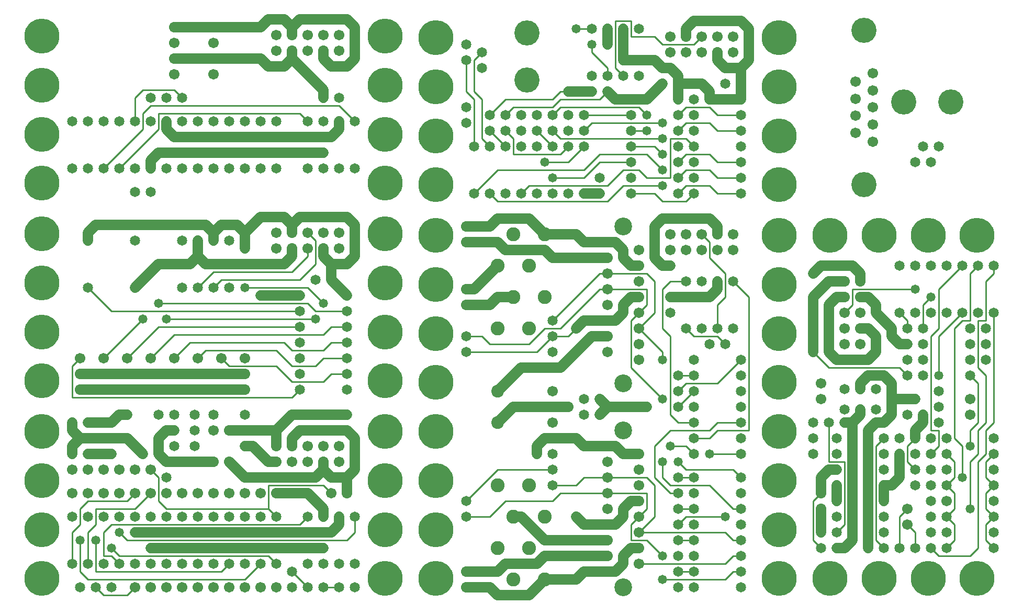
<source format=gtl>
%MOIN*%
%FSLAX25Y25*%
G04 D10 used for Character Trace; *
G04     Circle (OD=.01000) (No hole)*
G04 D11 used for Power Trace; *
G04     Circle (OD=.06500) (No hole)*
G04 D12 used for Signal Trace; *
G04     Circle (OD=.01100) (No hole)*
G04 D13 used for Via; *
G04     Circle (OD=.05800) (Round. Hole ID=.02800)*
G04 D14 used for Component hole; *
G04     Circle (OD=.06500) (Round. Hole ID=.03500)*
G04 D15 used for Component hole; *
G04     Circle (OD=.06700) (Round. Hole ID=.04300)*
G04 D16 used for Component hole; *
G04     Circle (OD=.08100) (Round. Hole ID=.05100)*
G04 D17 used for Component hole; *
G04     Circle (OD=.08900) (Round. Hole ID=.05900)*
G04 D18 used for Component hole; *
G04     Circle (OD=.11300) (Round. Hole ID=.08300)*
G04 D19 used for Component hole; *
G04     Circle (OD=.16000) (Round. Hole ID=.13000)*
G04 D20 used for Component hole; *
G04     Circle (OD=.18300) (Round. Hole ID=.15300)*
G04 D21 used for Component hole; *
G04     Circle (OD=.22291) (Round. Hole ID=.19291)*
%ADD10C,.01000*%
%ADD11C,.06500*%
%ADD12C,.01100*%
%ADD13C,.05800*%
%ADD14C,.06500*%
%ADD15C,.06700*%
%ADD16C,.08100*%
%ADD17C,.08900*%
%ADD18C,.11300*%
%ADD19C,.16000*%
%ADD20C,.18300*%
%ADD21C,.22291*%
%IPPOS*%
%LPD*%
G90*X0Y0D02*D21*X15625Y15625D03*D14*              
X35000Y25000D03*D12*Y45000D01*X40000Y50000D01*    
Y60000D01*X45000Y65000D01*X70000D01*              
X75000Y70000D01*D15*D03*X85000D03*D12*            
X75000Y60000D01*X50000D01*Y50000D01*              
X45000Y45000D01*Y25000D01*D14*D03*D12*            
X50000Y40000D02*Y20000D01*D13*Y40000D03*D12*      
X55000Y45000D02*Y30000D01*X60000D01*              
X65000Y25000D01*D14*D03*D12*X60000Y35000D02*      
X65000Y30000D01*D13*X60000Y35000D03*D12*          
X65000Y30000D02*X160000D01*X165000Y25000D01*D14*  
D03*X175000Y35000D03*D11*X85000D01*D13*D03*D14*   
X95000Y25000D03*D13*Y45000D03*D11*X75000D01*D13*  
D03*D12*X65000D02*X70000Y40000D01*D13*            
X65000Y45000D03*D12*X70000Y40000D02*X210000D01*   
X215000Y45000D01*Y55000D01*D14*D03*X205000D03*D11*
Y50000D01*X200000Y45000D01*X185000D01*D13*D03*D11*
X175000D01*D14*D03*D11*X95000D01*D14*             
X105000Y55000D03*X85000D03*X95000D03*D12*         
X90000Y65000D02*X95000Y60000D01*X90000Y80000D02*  
Y65000D01*X85000Y85000D02*X90000Y80000D01*D15*    
X85000Y85000D03*D14*X95000Y80000D03*D11*          
X90000Y105000D02*Y95000D01*Y105000D02*            
X95000Y110000D01*X100000D01*D14*D03*              
X113000Y100000D03*Y120000D03*X90000D03*           
X113000Y110000D03*X100000Y120000D03*Y100000D03*   
D11*X90000Y95000D02*X95000Y90000D01*X125000D01*   
D15*D03*X135000D03*D11*X145000Y80000D01*          
X190000D01*X195000Y85000D01*Y90000D01*D15*D03*D11*
Y85000D02*X200000Y80000D01*X210000D01*Y70000D01*  
D15*D03*D11*Y80000D02*X215000Y85000D01*Y105000D01*
X210000Y110000D01*X180000D01*X175000Y105000D01*   
Y100000D01*D15*D03*X185000Y90000D03*D11*          
X135000Y110000D02*X165000D01*D15*X135000D03*D13*  
X145000Y100000D03*D11*X150000D01*X160000Y90000D01*
X165000D01*D15*D03*X175000D03*X165000Y100000D03*  
D11*Y110000D01*X175000Y120000D01*X210000D01*D13*  
D03*D15*X195000Y100000D03*X205000D03*D21*         
X234375Y109375D03*D15*X185000Y100000D03*          
X205000Y90000D03*D21*X234375Y78125D03*D12*        
X160000Y75000D02*X195000D01*X160000D02*Y60000D01* 
X95000D01*D15*X105000Y70000D03*X95000D03*D14*     
X115000Y55000D03*X75000D03*D15*X115000Y70000D03*  
X75000Y85000D03*X65000D03*Y70000D03*D14*          
X125000Y55000D03*X65000D03*D15*X125000Y70000D03*  
D14*X60000Y95000D03*D11*X45000D01*D14*D03*D15*    
X55000Y85000D03*X35000D03*D14*X50000Y105000D03*   
D11*X40000D01*X35000Y110000D01*Y115000D01*D14*D03*
X45000D03*D11*X60000D01*D14*D03*D11*              
X65000Y120000D01*X70000D01*D14*D03*D11*           
X50000Y105000D02*X70000D01*X35000Y100000D02*      
X40000Y105000D01*X35000Y100000D02*Y95000D01*D14*  
D03*D15*X45000Y85000D03*D21*X15625Y109375D03*     
Y78125D03*D15*X35000Y70000D03*X45000D03*X55000D03*
D11*X70000Y105000D02*X80000Y95000D01*D14*D03*     
X45000Y55000D03*X55000D03*D12*Y45000D02*          
X60000Y50000D01*X180000D01*X185000Y55000D01*D14*  
D03*X195000D03*D11*Y60000D01*X185000Y70000D01*    
X165000D01*D15*D03*D12*X160000Y60000D02*          
X165000Y55000D01*D14*D03*X155000D03*D15*Y70000D03*
X145000D03*D14*Y55000D03*D11*X175000Y35000D02*    
X195000D01*D13*D03*D14*X205000Y25000D03*          
X185000D03*X195000D03*X215000D03*X175000Y20000D03*
D12*X185000Y10000D01*D14*D03*X195000D03*D12*      
X205000D01*D14*D03*X215000D03*X175000D03*D21*     
X234375Y15625D03*Y46875D03*D15*X165000Y10000D03*  
D14*X155000Y25000D03*D12*X145000Y15000D01*        
X45000D01*X40000Y20000D01*Y40000D01*D13*D03*D14*  
X55000Y25000D03*X35000Y55000D03*D12*              
X50000Y20000D02*X130000D01*X135000Y25000D01*D14*  
D03*X145000D03*X125000D03*D15*Y10000D03*          
X135000D03*X145000D03*X155000D03*D14*             
X115000Y25000D03*D15*Y10000D03*D14*               
X135000Y55000D03*X105000Y25000D03*D15*Y10000D03*  
X95000D03*X135000Y70000D03*D14*X85000Y25000D03*   
D15*Y10000D03*D14*X75000Y25000D03*D15*Y10000D03*  
D12*X70000Y5000D01*X55000D01*X50000Y10000D01*D14* 
D03*X60000D03*X40000D03*D21*X15625Y46875D03*D15*  
X125000Y110000D03*D14*X145000Y120000D03*          
X125000D03*D12*X195000Y75000D02*X200000Y70000D01* 
D15*D03*G90*X0Y1000D02*D12*X35000Y151000D02*      
Y131000D01*Y151000D02*X40000Y156000D01*D15*D03*   
Y146000D03*D11*X55000D01*D15*D03*D11*X70000D01*   
D15*D03*D11*X85000D01*D15*D03*D11*X100000D01*D15* 
D03*D11*X115000D01*D15*D03*D11*X130000D01*D15*D03*
D11*X145000D01*D15*D03*D12*X130000Y156000D02*     
X135000Y151000D01*D15*X130000Y156000D03*D12*      
X135000Y151000D02*X165000D01*X175000Y141000D01*   
X195000D01*X200000Y146000D01*X210000D01*D14*D03*  
Y156000D03*D12*X195000D01*X190000Y151000D01*      
X175000D01*X165000Y161000D01*X120000D01*          
X115000Y156000D01*D15*D03*D12*X100000D02*         
X110000Y166000D01*D15*X100000Y156000D03*D12*      
X110000Y166000D02*X170000D01*X175000Y161000D01*   
X195000D01*X200000Y166000D01*X210000D01*D14*D03*  
D12*X195000Y171000D02*X200000Y176000D01*          
X100000Y171000D02*X195000D01*X85000Y156000D02*    
X100000Y171000D01*D15*X85000Y156000D03*X70000D03* 
D12*X90000Y176000D01*X180000D01*D14*D03*D12*      
X185000Y191000D02*X190000Y186000D01*              
X90000Y191000D02*X185000D01*D13*X90000D03*        
X80000Y181000D03*D12*X55000Y156000D01*D15*D03*    
X40000Y136000D03*D11*X55000D01*D15*D03*D11*       
X70000D01*D15*D03*D11*X85000D01*D15*D03*D11*      
X100000D01*D15*D03*D11*X115000D01*D15*D03*D11*    
X130000D01*D15*D03*D11*X145000D01*D15*D03*        
Y156000D03*D12*X35000Y131000D02*X175000D01*D21*   
X15625Y141625D03*Y172875D03*D12*X45000Y201000D02* 
X60000Y186000D01*D14*X45000Y201000D03*D12*        
X60000Y186000D02*X180000D01*D14*D03*D13*          
X190000Y181000D03*D12*X95000D01*D13*D03*D14*      
X115000Y201000D03*D12*X125000Y211000D01*          
X175000D01*X185000Y221000D01*Y226000D01*D15*D03*  
D12*Y236000D02*X190000Y231000D01*D15*             
X185000Y236000D03*D12*X190000Y231000D02*          
Y216000D01*X180000Y206000D01*X130000D01*          
X125000Y201000D01*D14*D03*X135000D03*D11*         
X90000Y216000D02*X110000D01*X75000Y201000D02*     
X90000Y216000D01*D14*X75000Y201000D03*            
X105000Y231000D03*X45000D03*D11*Y236000D01*       
X50000Y241000D01*X120000D01*X125000Y236000D01*    
Y231000D01*D14*D03*D11*Y236000D02*                
X130000Y241000D01*X140000D01*X145000Y236000D01*   
Y226000D01*D14*D03*X135000Y231000D03*D11*         
X145000Y236000D02*X155000Y246000D01*X170000D01*   
X175000Y241000D01*Y236000D01*D15*D03*D11*         
Y241000D02*X180000Y246000D01*X210000D01*          
X215000Y241000D01*Y221000D01*X210000Y216000D01*   
X200000D01*X195000Y221000D01*Y226000D01*D15*D03*  
X205000Y236000D03*Y226000D03*X195000Y236000D03*   
D11*X200000Y216000D02*Y206000D01*D14*D03*D11*     
X210000Y196000D01*D14*D03*Y186000D03*D12*         
X190000D01*D13*X195000Y191000D03*D12*             
X185000Y201000D01*X145000D01*D13*D03*             
X155000Y196000D03*D11*X180000D01*D14*D03*         
X190000Y206000D03*D12*X200000Y176000D02*          
X210000D01*D14*D03*D21*X234375Y172875D03*D14*     
X180000Y146000D03*D21*X234375Y204125D03*D14*      
X180000Y166000D03*Y156000D03*D21*                 
X234375Y141625D03*D11*X145000Y216000D02*          
X170000D01*D14*X145000D03*D11*X120000D01*         
X115000Y221000D01*X110000Y216000D01*              
X115000Y231000D02*Y221000D01*D14*Y231000D03*      
X105000Y201000D03*X75000Y231000D03*D15*           
X165000Y226000D03*Y236000D03*D11*                 
X170000Y216000D02*X175000Y221000D01*Y226000D01*   
D15*D03*D21*X234375Y235375D03*D14*                
X180000Y136000D03*D12*X175000Y131000D01*D14*      
X210000Y136000D03*D21*X15625Y235375D03*Y204125D03*
G90*X0Y2000D02*D14*X85000Y262000D03*X75000D03*D21*
X234375Y267625D03*X15625D03*D14*X215000Y277000D03*
X205000D03*X195000D03*X185000D03*X165000D03*      
X155000D03*X145000D03*X135000D03*X125000D03*      
X115000D03*X105000D03*X95000D03*X85000D03*D11*    
Y282000D01*X90000Y287000D01*X195000D01*D13*D03*   
D11*X100000Y297000D02*X200000D01*X95000Y302000D02*
X100000Y297000D01*X95000Y307000D02*Y302000D01*D14*
Y307000D03*D12*X90000Y312000D02*Y302000D01*       
X65000Y277000D01*D14*D03*X75000D03*X55000D03*D12* 
X80000Y302000D01*Y312000D01*X85000Y317000D01*     
X205000D01*X215000Y307000D01*D14*D03*X205000D03*  
D11*Y302000D01*X200000Y297000D01*D14*             
X195000Y307000D03*X185000D03*D12*                 
X180000Y312000D01*X90000D01*D14*X85000Y307000D03* 
X95000Y322000D03*X85000D03*D12*X80000Y327000D02*  
X100000D01*X75000Y322000D02*X80000Y327000D01*     
X75000Y322000D02*Y307000D01*D14*D03*X65000D03*    
X55000D03*D12*X100000Y327000D02*X105000Y322000D01*
D14*D03*Y307000D03*D15*X100000Y337000D03*D14*     
X115000Y307000D03*X125000D03*D15*Y337000D03*      
Y347000D03*D11*X100000D01*D15*D03*Y357000D03*     
Y367000D03*D11*X125000D01*D15*D03*D11*X155000D01* 
X160000Y372000D01*X170000D01*X175000Y367000D01*   
Y362000D01*D15*D03*D11*Y367000D02*                
X180000Y372000D01*X210000D01*X215000Y367000D01*   
Y347000D01*X210000Y342000D01*X205000D01*D13*D03*  
D11*X200000D01*X195000Y347000D01*Y352000D01*D15*  
D03*X205000Y362000D03*X185000D03*                 
X205000Y352000D03*X195000Y362000D03*              
X185000Y352000D03*X175000D03*D11*Y347000D01*      
X170000Y342000D01*X160000D01*X155000Y347000D01*   
X125000D01*D15*Y357000D03*D14*X165000Y307000D03*  
D15*Y352000D03*D14*X135000Y307000D03*D15*         
X165000Y362000D03*D14*X145000Y307000D03*          
X155000D03*D11*X175000Y347000D02*                 
X195000Y327000D01*Y322000D01*D14*D03*X205000D03*  
D10*X176914Y287837D02*X177871Y287000D01*          
X172129D01*Y287837D02*Y286163D01*D21*             
X234375Y361375D03*Y298875D03*Y330125D03*D14*      
X45000Y307000D03*Y277000D03*X35000Y307000D03*     
Y277000D03*D21*X15625Y361375D03*Y330125D03*       
Y298875D03*G90*X1000Y0D02*X266625Y15625D03*       
Y46875D03*Y78125D03*Y109375D03*Y140625D03*        
Y171875D03*Y203125D03*Y234375D03*D15*             
X286000Y10000D03*D11*X301000D01*D14*D03*D11*      
X306000Y5000D01*X326000D01*X336000Y15000D01*D17*  
D03*D11*X356000D01*X361000Y20000D01*X381000D01*   
X386000Y25000D01*Y30000D01*X391000Y35000D01*      
X396000D01*D15*D03*D12*X391000Y40000D02*          
X401000D01*X391000Y50000D02*Y40000D01*Y50000D02*  
X396000Y55000D01*D15*D03*D12*X401000Y60000D01*    
Y70000D01*X376000D01*D15*D03*D12*X346000D01*      
X341000Y65000D01*X311000D01*X301000Y55000D01*     
X286000D01*D14*D03*Y65000D03*D12*X306000Y85000D01*
X341000D01*D14*D03*X331000Y95000D03*D11*          
Y100000D01*X336000Y105000D01*X356000D01*          
X361000Y100000D01*X381000D01*X386000Y95000D01*    
X396000D01*D15*D03*Y85000D03*D12*                 
X406000Y100000D02*Y80000D01*X416000Y70000D01*     
X421000D01*D14*D03*D12*X411000Y80000D02*          
X416000Y75000D01*X411000Y90000D02*Y80000D01*D13*  
Y90000D03*D14*X421000Y80000D03*D12*X431000D01*D14*
D03*D12*X421000Y90000D02*X426000Y85000D01*D13*    
X421000Y90000D03*D12*X426000Y85000D02*X456000D01* 
X461000Y80000D01*D14*D03*Y70000D03*Y95000D03*D12* 
X441000D01*D13*D03*D14*X431000Y105000D03*D12*     
X441000D01*X446000Y110000D01*X466000D01*          
Y195000D01*X456000Y205000D01*D14*D03*D12*         
X441000Y220000D02*X451000Y210000D01*              
X441000Y230000D02*Y220000D01*X436000Y235000D02*   
X441000Y230000D01*D15*X436000Y235000D03*          
X446000Y225000D03*X426000D03*D11*                 
X411000Y245000D02*X441000D01*X406000Y240000D02*   
X411000Y245000D01*X406000Y240000D02*Y220000D01*   
X411000Y215000D01*X416000D01*D13*D03*D14*         
X426000Y205000D03*D12*X416000D01*                 
X411000Y200000D01*Y175000D01*X416000Y170000D01*   
Y120000D01*X421000Y115000D01*X431000D01*D14*D03*  
X421000Y125000D03*D12*X431000Y135000D01*D14*D03*  
D12*X421000D02*X426000Y140000D01*D14*             
X421000Y135000D03*D12*X426000Y140000D02*          
X446000D01*X461000Y155000D01*D14*D03*             
X451000Y165000D03*D12*X446000Y170000D01*          
X431000D01*X426000Y175000D01*D14*D03*             
X416000Y185000D03*X436000Y175000D03*D12*          
X396000D02*X411000Y160000D01*D15*                 
X396000Y175000D03*D12*X406000Y185000D01*          
Y205000D01*X401000Y210000D01*X376000D01*D15*D03*  
D12*X371000D01*X341000Y180000D01*D14*D03*D12*     
X336000Y175000D02*X346000D01*X326000Y165000D02*   
X336000Y175000D01*X301000Y165000D02*X326000D01*   
X296000Y170000D02*X301000Y165000D01*              
X286000Y170000D02*X296000D01*D14*X286000D03*      
Y160000D03*D12*X331000D01*X341000Y170000D01*D14*  
D03*D12*X351000D01*X356000Y175000D01*D13*D03*D11* 
X361000Y180000D01*X376000D01*D15*D03*D11*         
X381000D01*X386000Y185000D01*Y190000D01*          
X391000Y195000D01*X396000D01*D15*D03*D12*         
Y185000D02*X401000Y190000D01*D15*                 
X396000Y185000D03*D12*X391000Y180000D01*          
Y150000D01*X411000Y130000D01*D13*D03*             
X401000Y125000D03*D11*X376000D01*                 
X371000Y130000D01*D14*D03*D11*Y120000D02*         
X376000Y125000D01*D14*X371000Y120000D03*          
X361000Y130000D03*Y120000D03*D18*                 
X386000Y110000D03*Y140000D03*D15*                 
X351000Y125000D03*D11*X331000D01*D13*D03*D11*     
X316000D01*X306000Y115000D01*D16*D03*Y135000D03*  
D11*X321000Y150000D01*X341000D01*D14*D03*D11*     
X346000D01*X366000Y170000D01*X376000D01*D15*D03*  
Y160000D03*X396000Y155000D03*Y165000D03*          
X376000Y190000D03*D12*X401000Y200000D02*          
Y190000D01*X376000Y200000D02*X401000D01*D15*      
X376000D03*D12*X371000D01*X346000Y175000D01*D14*  
X341000Y160000D03*D17*X326000Y175000D03*          
X336000Y195000D03*X316000D03*D11*X306000D01*      
X301000Y190000D01*X286000D01*D15*D03*D11*         
Y200000D02*X291000D01*D15*X286000D03*D11*         
X291000D02*X306000Y215000D01*D17*D03*D11*         
Y230000D02*X311000Y225000D01*X301000Y230000D02*   
X306000D01*D14*X301000D03*D11*X286000D01*D15*D03* 
Y240000D03*D11*X301000D01*D14*D03*D11*            
X306000Y245000D01*X326000D01*X336000Y235000D01*   
D17*D03*D11*X356000D01*X361000Y230000D01*         
X381000D01*X386000Y225000D01*Y220000D01*          
X391000Y215000D01*X396000D01*D15*D03*Y225000D03*  
Y205000D03*D14*X416000Y195000D03*D11*X441000D01*  
X446000Y200000D01*Y205000D01*D14*D03*D12*         
X451000Y210000D02*Y195000D01*X446000Y190000D01*   
Y175000D01*D14*D03*X441000Y165000D03*             
X456000Y175000D03*X431000Y155000D03*              
X421000Y145000D03*D12*X431000D01*D14*D03*D12*     
X411000Y160000D02*Y155000D01*D13*D03*D14*         
X431000Y125000D03*D12*X441000Y110000D02*          
X446000Y115000D01*X416000Y110000D02*X441000D01*   
X406000Y100000D02*X416000Y110000D01*D13*          
Y100000D03*D12*X426000D01*X431000Y95000D01*D14*   
D03*D12*X446000Y115000D02*X461000D01*D14*D03*     
Y125000D03*Y105000D03*Y135000D03*D21*             
X485375Y140625D03*Y109375D03*D14*                 
X461000Y145000D03*D21*X485375Y78125D03*D12*       
X416000Y75000D02*X441000D01*X401000Y80000D02*     
X406000Y75000D01*X376000Y80000D02*X401000D01*D15* 
X376000D03*D12*X361000D01*X356000Y75000D01*       
X341000D01*D14*D03*D17*X326000D03*D11*            
X316000Y55000D02*X321000D01*D17*X316000D03*D11*   
X321000D02*X336000Y40000D01*X376000D01*D15*D03*   
D11*Y50000D02*X381000D01*D15*X376000D03*D11*      
X361000D01*X356000Y55000D01*D13*D03*D17*          
X336000D03*D15*X376000Y60000D03*D13*              
X336000Y30000D03*D11*X331000Y25000D01*X311000D01* 
X306000Y20000D01*X301000D01*D14*D03*D11*          
X286000D01*D15*D03*D17*X306000Y35000D03*          
X316000Y15000D03*X326000Y35000D03*D11*            
X336000Y30000D02*X376000D01*D15*D03*              
X396000Y25000D03*D12*X451000D01*X456000Y30000D01* 
X461000D01*D14*D03*D12*X451000Y15000D02*          
X456000Y20000D01*X411000Y15000D02*X451000D01*D13* 
X411000D03*D14*X421000Y10000D03*Y20000D03*D12*    
X431000D01*D14*D03*X421000Y30000D03*X431000D03*   
Y10000D03*D13*X411000Y30000D03*D12*               
X401000Y40000D01*D15*X396000Y45000D03*D12*        
X451000D01*X456000Y40000D01*X461000D01*D14*D03*   
Y50000D03*D13*X451000Y55000D03*D12*X426000D01*    
X421000Y50000D01*D14*D03*X431000Y40000D03*D12*    
X421000D01*D14*D03*X431000Y50000D03*D12*          
X396000Y45000D02*X406000Y55000D01*Y75000D01*D15*  
X396000Y65000D03*D11*X391000D01*X386000Y60000D01* 
Y55000D01*X381000Y50000D01*D15*X396000Y75000D03*  
X376000Y90000D03*D18*X386000Y10000D03*D14*        
X421000Y60000D03*D12*X431000D01*D14*D03*Y70000D03*
D12*X441000Y75000D02*X456000Y60000D01*X461000D01* 
D14*D03*D21*X485375Y46875D03*D12*X456000Y20000D02*
X461000D01*D14*D03*Y10000D03*D21*X485375Y15625D03*
D15*X341000Y135000D03*Y115000D03*D14*Y95000D03*   
D21*X485375Y171875D03*D17*X306000Y175000D03*      
Y75000D03*D21*X485375Y203125D03*D14*              
X436000Y205000D03*D17*X326000Y215000D03*D15*      
X376000Y220000D03*D11*X341000D01*D13*D03*D11*     
X336000Y225000D01*X311000D01*D17*                 
X316000Y235000D03*D18*X386000Y240000D03*D15*      
X416000Y225000D03*Y235000D03*X426000D03*          
X436000Y225000D03*D11*X441000Y245000D02*          
X446000Y240000D01*Y235000D01*D15*D03*             
X456000Y225000D03*Y235000D03*D21*                 
X485375Y234375D03*G90*X1000Y1000D02*              
X266625Y266625D03*D14*X291000Y291000D03*D12*      
Y321000D01*X286000Y326000D01*Y346000D01*D14*D03*  
D12*X291000D02*Y326000D01*X296000Y321000D01*      
Y296000D01*X301000Y291000D01*D14*D03*             
X311000Y301000D03*D12*X316000Y296000D01*          
Y286000D01*X346000D01*X351000Y291000D01*D14*D03*  
D12*X341000Y301000D02*X346000Y296000D01*D14*      
X341000Y301000D03*D12*X346000Y296000D02*          
X411000D01*D13*D03*D12*X391000Y291000D02*         
X406000D01*D14*X391000D03*D13*X401000Y301000D03*  
D12*X391000D01*D14*D03*D13*X401000Y311000D03*D12* 
X396000Y316000D01*X346000D01*X341000Y311000D01*   
D14*D03*D12*X316000Y316000D02*X341000D01*         
X311000Y311000D02*X316000Y316000D01*D14*          
X311000Y311000D03*X321000Y301000D03*X301000D03*   
D12*X311000Y291000D01*D14*D03*X321000D03*D12*     
X291000Y261000D02*X306000Y276000D01*D14*          
X291000Y261000D03*X301000D03*D12*                 
X306000Y256000D01*X376000D01*X386000Y266000D01*   
X411000D01*D13*D03*D12*X401000Y271000D02*         
X416000D01*X396000Y276000D02*X401000Y271000D01*   
X386000Y276000D02*X396000D01*X376000Y266000D02*   
X386000Y276000D01*X326000Y266000D02*X376000D01*   
X321000Y261000D02*X326000Y266000D01*D14*          
X321000Y261000D03*X331000D03*X311000D03*D12*      
X306000Y276000D02*X361000D01*X371000Y286000D01*   
X401000D01*X411000Y276000D01*D13*D03*D12*         
X416000Y296000D02*Y271000D01*Y296000D02*          
X426000D01*X431000Y291000D01*D14*D03*D12*         
X421000Y281000D02*X426000Y286000D01*D14*          
X421000Y281000D03*D12*Y271000D02*                 
X426000Y276000D01*D14*X421000Y271000D03*D12*      
Y261000D02*X426000Y266000D01*D14*                 
X421000Y261000D03*D12*X411000Y256000D02*          
X426000D01*X406000Y261000D02*X411000Y256000D01*   
X391000Y261000D02*X406000D01*D14*X391000D03*      
Y271000D03*D12*X361000D02*X371000Y281000D01*      
X341000Y271000D02*X361000D01*D13*X341000D03*D14*  
X351000Y261000D03*D12*X336000Y281000D02*          
X351000D01*D13*X336000D03*D14*X341000Y291000D03*  
D12*X331000Y301000D01*D14*D03*X321000Y311000D03*  
X331000D03*Y291000D03*D12*X341000Y316000D02*      
X346000Y321000D01*X371000D01*X376000Y326000D01*   
D14*D03*D11*X381000Y321000D01*X391000D01*D14*D03* 
D11*X401000D01*X411000Y331000D01*D14*D03*         
X421000Y321000D03*D11*Y331000D01*D14*D03*D11*     
Y336000D01*X416000Y341000D01*X411000D01*          
X406000Y346000D01*X386000D01*D13*D03*D11*         
Y366000D01*D14*D03*D12*X391000Y371000D02*         
Y361000D01*X381000Y371000D02*X391000D01*          
X381000D02*Y341000D01*X386000Y336000D01*D14*D03*  
D12*X366000Y351000D02*X376000Y341000D01*          
X366000Y356000D02*Y351000D01*D13*Y356000D03*D14*  
X376000Y366000D03*D11*Y356000D01*D13*D03*D14*     
X366000Y366000D03*D12*X356000D01*D13*D03*D12*     
X376000Y341000D02*Y336000D01*D14*D03*             
X366000Y326000D03*D11*X351000D01*D13*D03*D12*     
X346000D01*X341000Y321000D01*X311000D01*          
X301000Y311000D01*D14*D03*X286000Y316000D03*      
Y306000D03*D19*X324500Y333500D03*D14*             
X296000Y341000D03*D21*X266625Y329125D03*D12*      
X291000Y346000D02*X296000Y351000D01*D14*D03*      
X286000Y356000D03*D21*X266625Y360375D03*D19*      
X324500Y363500D03*D14*X351000Y301000D03*          
Y311000D03*D21*X266625Y297875D03*D14*             
X361000Y291000D03*D12*X351000Y281000D01*D14*      
X371000Y261000D03*D11*X361000D01*D14*D03*         
X371000Y271000D03*D12*Y281000D02*X391000D01*D14*  
D03*D12*X406000Y291000D02*X411000Y286000D01*D13*  
D03*D14*X421000Y291000D03*D12*X426000Y276000D02*  
X441000D01*X446000Y271000D01*X461000D01*D14*D03*  
Y281000D03*D12*X446000D01*X441000Y286000D01*      
X426000D01*D14*X431000Y281000D03*Y301000D03*      
X421000D03*D12*X426000Y306000D01*X441000D01*      
X446000Y301000D01*X461000D01*D14*D03*Y311000D03*  
D12*X446000D01*X441000Y316000D01*X426000D01*      
X421000Y311000D01*D14*D03*X431000Y321000D03*      
Y311000D03*D13*X411000Y306000D03*D12*X366000D01*  
X361000Y301000D01*D14*D03*Y311000D03*D12*         
X391000D01*D14*D03*X366000Y336000D03*X396000D03*  
D11*X421000Y331000D02*X436000D01*                 
X441000Y326000D01*Y321000D01*X461000D01*D14*D03*  
D11*Y331000D01*D14*D03*D11*Y341000D01*X451000D01* 
X446000Y346000D01*Y351000D01*D15*D03*             
X456000Y361000D03*X436000D03*D12*                 
X431000Y356000D01*X411000D01*X406000Y361000D01*   
X391000D01*D14*X396000Y366000D03*D15*             
X416000Y351000D03*Y361000D03*X426000Y351000D03*   
Y361000D03*D11*Y366000D01*X431000Y371000D01*      
X461000D01*X466000Y366000D01*Y346000D01*          
X461000Y341000D01*D14*X451000Y331000D03*D15*      
X456000Y351000D03*X446000Y361000D03*D21*          
X485375Y329125D03*D15*X436000Y351000D03*D21*      
X485375Y360375D03*Y297875D03*D14*                 
X461000Y291000D03*X431000Y271000D03*D12*          
X426000Y266000D02*X441000D01*X446000Y261000D01*   
X461000D01*D14*D03*D21*X485375Y266625D03*D14*     
X431000Y261000D03*D12*X426000Y256000D01*D14*      
X341000Y261000D03*G90*X2000Y0D02*D12*             
X512000Y35000D02*X507000Y40000D01*D14*            
X512000Y35000D03*D12*X507000Y40000D02*Y65000D01*  
X512000Y70000D01*D15*D03*D11*Y80000D01*           
X517000Y85000D01*X522000D01*D14*D03*D12*          
X527000Y50000D02*Y90000D01*X522000Y45000D02*      
X527000Y50000D01*D14*X522000Y45000D03*D11*        
X527000Y35000D02*X532000Y40000D01*                
X522000Y35000D02*X527000D01*D14*X522000D03*       
X512000Y45000D03*D11*Y60000D01*D15*D03*D14*       
X522000Y55000D03*Y65000D03*D11*Y75000D01*D14*D03* 
D12*X517000Y90000D02*X527000D01*X517000D02*       
Y115000D01*D14*D03*X527000Y123500D03*             
X507000Y105000D03*X527000Y115000D03*D11*          
X532000D01*Y40000D01*D13*X542000Y35000D03*D11*    
Y75000D01*D13*D03*D11*Y110000D01*                 
X547000Y115000D01*X552000D01*X557000Y120000D01*   
Y130000D01*X572000D01*D14*D03*X567000Y120000D03*  
X577000D03*D11*Y115000D01*X572000Y110000D01*      
Y105000D01*D14*D03*D12*X567000Y100000D01*         
Y90000D01*X572000Y85000D01*D14*D03*               
X582000Y75000D03*Y95000D03*D12*X587000Y100000D01* 
Y110000D01*X582000D01*Y170000D01*                 
X587000Y175000D01*Y200000D01*X602000Y215000D01*   
D14*D03*D12*X607000Y180000D02*Y210000D01*         
X602000Y180000D02*X607000D01*X597000Y175000D02*   
X602000Y180000D01*X597000Y105000D02*Y175000D01*   
X602000Y100000D02*X597000Y105000D01*              
X602000Y80000D02*Y100000D01*D13*Y80000D03*D12*    
X592000Y75000D02*X597000Y80000D01*D14*            
X592000Y75000D03*D12*X597000Y70000D01*Y60000D01*  
X592000Y55000D01*D14*D03*D12*X597000Y50000D01*    
Y40000D01*X592000Y35000D01*D14*D03*D12*           
X587000Y30000D02*X607000D01*X612000Y35000D01*     
Y90000D01*X617000Y95000D01*Y110000D01*            
X622000Y115000D01*Y185000D01*D14*D03*D12*         
X612000Y180000D02*X617000D01*X612000Y150000D02*   
Y180000D01*X617000Y145000D02*X612000Y150000D01*   
X617000Y115000D02*Y145000D01*X612000Y110000D02*   
X617000Y115000D01*X612000Y95000D02*Y110000D01*    
X607000Y90000D02*X612000Y95000D01*                
X607000Y60000D02*Y90000D01*D13*Y60000D03*D12*     
X617000Y40000D02*Y50000D01*X622000Y35000D02*      
X617000Y40000D01*D14*X622000Y35000D03*Y45000D03*  
D12*X617000Y50000D02*X622000Y55000D01*D14*D03*D12*
X617000Y60000D01*Y70000D01*X622000Y75000D01*D14*  
D03*D12*X617000Y80000D01*Y90000D01*               
X622000Y95000D01*D14*D03*Y105000D03*Y85000D03*D12*
X607000Y100000D02*Y110000D01*D13*Y100000D03*D12*  
X597000Y80000D02*Y90000D01*D14*X592000Y85000D03*  
D12*X597000Y90000D02*X592000Y95000D01*D14*D03*    
X582000Y105000D03*Y85000D03*X592000Y105000D03*D12*
X607000Y110000D02*X612000Y115000D01*Y140000D01*   
X607000Y145000D01*D14*D03*X617000Y155000D03*      
X607000D03*D15*Y130000D03*D14*X587000Y125000D03*  
X617000Y165000D03*X607000D03*D13*                 
X587000Y145000D03*D12*Y170000D01*                 
X602000Y185000D01*D14*D03*X612000D03*X592000D03*  
X607000Y175000D03*X617000D03*D12*Y180000D02*      
Y205000D01*X622000Y210000D01*Y215000D01*D14*D03*  
X612000D03*D12*X607000Y210000D01*D14*             
X592000Y215000D03*D21*X580125Y234375D03*D14*      
X582000Y185000D03*D21*X611375Y234375D03*D14*      
X582000Y215000D03*D13*Y195000D03*D12*             
X577000Y190000D01*Y175000D01*D14*D03*             
X567000Y165000D03*D11*X562000D01*                 
X557000Y170000D01*Y175000D01*D14*D03*D11*         
X547000Y185000D01*Y190000D01*X542000Y195000D01*   
X537000D01*D15*D03*D12*X532000Y190000D02*         
Y200000D01*X527000Y185000D02*X532000Y190000D01*   
D15*X527000Y185000D03*X537000Y175000D03*D11*      
X542000D01*X547000Y170000D01*Y160000D01*          
X542000Y155000D01*X522000D01*X517000Y160000D01*   
Y190000D01*X522000Y195000D01*X527000D01*D15*D03*  
D12*X532000Y200000D02*X572000D01*D13*D03*D14*     
X562000Y185000D03*D12*X567000Y180000D01*          
Y175000D01*D14*D03*X577000Y165000D03*             
X572000Y185000D03*X567000Y155000D03*X577000D03*   
D12*X567000Y145000D02*X562000Y150000D01*D14*      
X567000Y145000D03*D12*X517000Y150000D02*          
X562000D01*X517000D02*X507000Y160000D01*D14*D03*  
D11*Y195000D01*X517000Y205000D01*X527000D01*D15*  
D03*D11*X537000Y210000D02*X532000Y215000D01*      
X537000Y205000D02*Y210000D01*D15*Y205000D03*D11*  
X512000Y215000D02*X532000D01*X507000Y210000D02*   
X512000Y215000D01*D13*X507000Y210000D03*D21*      
X517625Y234375D03*D15*X537000Y185000D03*          
X527000Y175000D03*D21*X548875Y234375D03*D15*      
X527000Y165000D03*X537000D03*D14*                 
X562000Y215000D03*X572000D03*D11*                 
X537000Y140000D02*X542000Y145000D01*              
X537000Y136500D02*Y140000D01*D14*Y136500D03*      
X547000Y123500D03*D11*X542000Y145000D02*          
X552000D01*X557000Y140000D01*Y130000D01*D14*      
X547000Y136500D03*X537000Y123500D03*D11*          
Y120000D01*X532000Y115000D01*D14*                 
X522000Y105000D03*D12*X547000Y40000D02*Y100000D01*
X552000Y35000D02*X547000Y40000D01*D14*            
X552000Y35000D03*X562000D03*D12*Y55000D01*        
X567000Y60000D01*D15*D03*Y50000D03*D12*           
X572000Y45000D01*Y35000D01*D14*D03*               
X582000Y45000D03*Y35000D03*D12*X587000Y30000D01*  
D14*X592000Y45000D03*D21*X580125Y15625D03*        
X611375D03*D14*X582000Y55000D03*X622000Y65000D03* 
X552000D03*D11*Y75000D01*D14*D03*D11*X557000D01*  
X562000Y80000D01*Y95000D01*D14*D03*               
X552000Y105000D03*D12*X547000Y100000D01*D14*      
X552000Y95000D03*X562000Y105000D03*               
X552000Y85000D03*X572000Y75000D03*Y95000D03*      
X522000D03*X582000Y65000D03*D15*X512000Y130000D03*
D14*X527000Y136500D03*X507000Y115000D03*Y95000D03*
X587000Y115000D03*Y135000D03*D15*                 
X512000Y140000D03*X592000Y65000D03*D14*           
X577000Y145000D03*X552000Y55000D03*Y45000D03*D15* 
X607000Y120000D03*D21*X517625Y15625D03*X548875D03*
G90*X2000Y1000D02*D15*X533800Y299700D03*          
Y310600D03*Y321400D03*Y332300D03*D19*             
X539400Y266800D03*Y365200D03*D15*                 
X545100Y294200D03*Y305100D03*Y316000D03*          
Y326900D03*Y337800D03*D19*X564500Y319500D03*D14*  
X572000Y281000D03*X577000Y291000D03*              
X582000Y281000D03*X587000Y291000D03*D19*          
X594500Y319500D03*M02*                            

</source>
